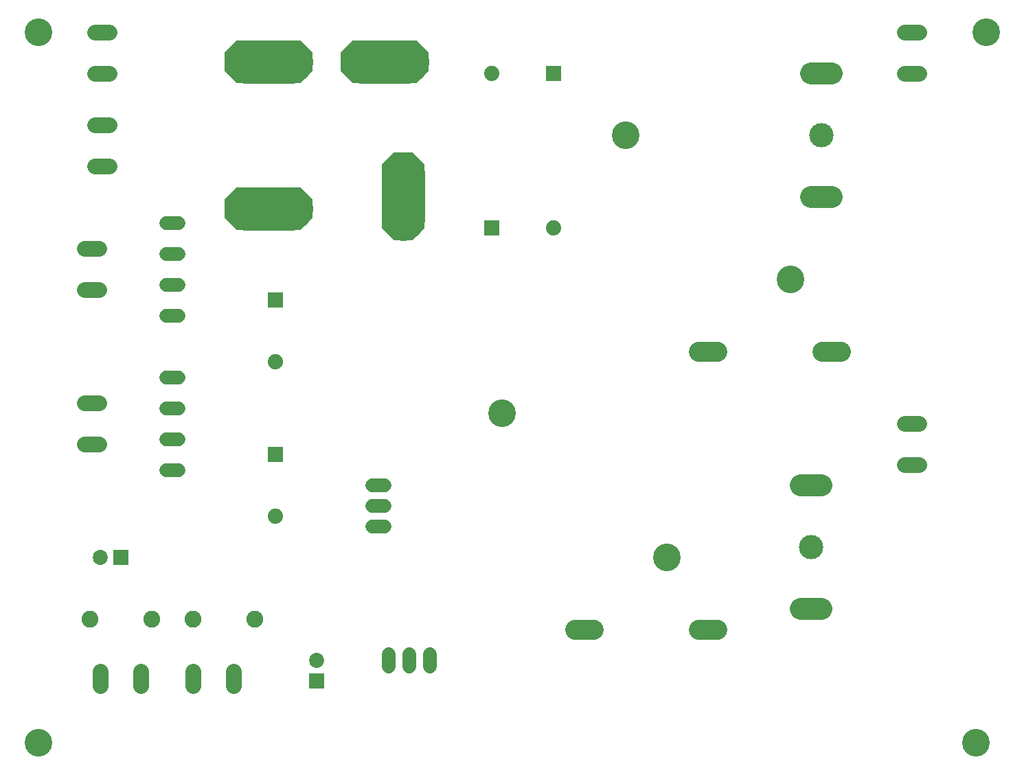
<source format=gts>
G75*
%MOIN*%
%OFA0B0*%
%FSLAX24Y24*%
%IPPOS*%
%LPD*%
%AMOC8*
5,1,8,0,0,1.08239X$1,22.5*
%
%ADD10C,0.1340*%
%ADD11C,0.0680*%
%ADD12C,0.1080*%
%ADD13C,0.1180*%
%ADD14C,0.0780*%
%ADD15C,0.0820*%
%ADD16C,0.0740*%
%ADD17R,0.0730X0.0730*%
%ADD18C,0.0965*%
%ADD19C,0.2090*%
%ADD20OC8,0.2080*%
%ADD21C,0.0867*%
%ADD22C,0.0730*%
D10*
X002350Y001850D03*
X024850Y017850D03*
X032850Y010850D03*
X047850Y001850D03*
X038850Y024350D03*
X030850Y031350D03*
X048350Y036350D03*
X002350Y036350D03*
D11*
X008550Y027100D02*
X009150Y027100D01*
X009150Y025600D02*
X008550Y025600D01*
X008550Y024100D02*
X009150Y024100D01*
X009150Y022600D02*
X008550Y022600D01*
X008550Y019600D02*
X009150Y019600D01*
X009150Y018100D02*
X008550Y018100D01*
X008550Y016600D02*
X009150Y016600D01*
X009150Y015100D02*
X008550Y015100D01*
X018550Y014350D02*
X019150Y014350D01*
X019150Y013350D02*
X018550Y013350D01*
X018550Y012350D02*
X019150Y012350D01*
X019350Y006150D02*
X019350Y005550D01*
X020350Y005550D02*
X020350Y006150D01*
X021350Y006150D02*
X021350Y005550D01*
D12*
X039350Y008350D02*
X040350Y008350D01*
X040350Y014350D02*
X039350Y014350D01*
X039850Y028350D02*
X040850Y028350D01*
X040850Y034350D02*
X039850Y034350D01*
D13*
X040350Y031350D03*
X039850Y011350D03*
D14*
X044394Y015366D02*
X045094Y015366D01*
X045094Y017334D02*
X044394Y017334D01*
X044394Y034366D02*
X045094Y034366D01*
X045094Y036334D02*
X044394Y036334D01*
X011834Y005306D02*
X011834Y004606D01*
X009866Y004606D02*
X009866Y005306D01*
X007334Y005306D02*
X007334Y004606D01*
X005366Y004606D02*
X005366Y005306D01*
X005306Y016366D02*
X004606Y016366D01*
X004606Y018334D02*
X005306Y018334D01*
X005306Y023866D02*
X004606Y023866D01*
X004606Y025834D02*
X005306Y025834D01*
X005106Y029866D02*
X005806Y029866D01*
X005806Y031834D02*
X005106Y031834D01*
X005106Y034366D02*
X005806Y034366D01*
X005806Y036334D02*
X005106Y036334D01*
D15*
X004850Y007850D03*
X007850Y007850D03*
X009850Y007850D03*
X012850Y007850D03*
D16*
X013850Y012850D03*
X013850Y020350D03*
X027350Y026850D03*
X024350Y034350D03*
D17*
X027350Y034350D03*
X024350Y026850D03*
X013850Y023350D03*
X013850Y015850D03*
X006350Y010850D03*
X015850Y004850D03*
D18*
X028408Y007350D02*
X029293Y007350D01*
X034408Y007350D02*
X035293Y007350D01*
X035293Y020850D02*
X034408Y020850D01*
X040408Y020850D02*
X041293Y020850D01*
D19*
X020070Y027280D02*
X020070Y029480D01*
X014640Y027790D02*
X012440Y027790D01*
X012440Y034910D02*
X014640Y034910D01*
X018060Y034910D02*
X020260Y034910D01*
D20*
X020260Y034910D03*
X018060Y034910D03*
X014640Y034910D03*
X012440Y034910D03*
X020070Y029480D03*
X020070Y027280D03*
X014640Y027790D03*
X012440Y027790D03*
D21*
X013100Y027850D03*
X013850Y027850D03*
X020100Y028100D03*
X020100Y028850D03*
X019600Y034850D03*
X018850Y034850D03*
X013850Y034850D03*
X013100Y034850D03*
D22*
X005350Y010850D03*
X015850Y005850D03*
M02*

</source>
